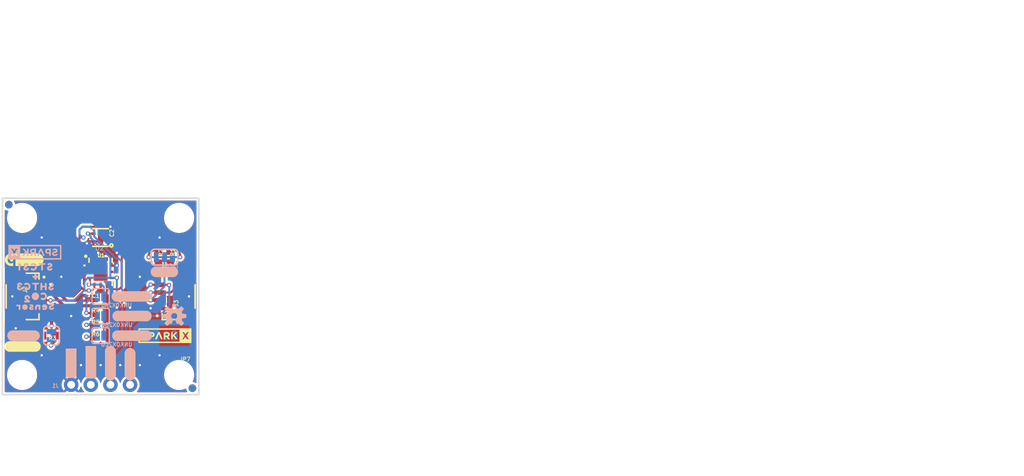
<source format=kicad_pcb>
(kicad_pcb (version 20211014) (generator pcbnew)
  (layers (0 "F.Cu" signal) (1 "In1.Cu" signal) (2 "In2.Cu" signal) (31 "B.Cu" signal) (34 "B.Paste" user) (35 "F.Paste" user) (36 "B.SilkS" user "B.Silkscreen") (37 "F.SilkS" user "F.Silkscreen") (38 "B.Mask" user) (39 "F.Mask" user) (44 "Edge.Cuts" user))
  (net 0 "")
  (net 1 "3.3V")
  (net 2 "GND")
  (net 3 "SCL")
  (net 4 "SDA")
  (net 5 "N$3")
  (net 6 "N$1")
  (net 7 "N$2")
  (net 8 "N$4")
  (net 9 "ADDR")
  (net 10 "N$5")
  (net 11 "N$6")
  (net 12 "N$7")
  (footprint "eagleBoard:0603" (layer "F.Cu") (at 150.7236 97.3836 90)
    (fp_text reference "C2" (at 0 -0.762 90) (layer "F.SilkS") (effects (font (size 0.512064 0.512064) (thickness 0.097536)) (justify left)))
    (fp_text value "0.1uF" hide)
    (pad "1" smd roundrect (at -0.85 0 90) (size 1.1 1) (layers "F.Cu" "F.Paste" "F.Mask") (roundrect_rratio 0.0508) (net 1 "3.3V"))
    (pad "2" smd roundrect (at 0.85 0 90) (size 1.1 1) (layers "F.Cu" "F.Paste" "F.Mask") (roundrect_rratio 0.0508) (net 2 "GND"))
  )
  (footprint "eagleBoard:0603" (layer "F.Cu") (at 148.5011 105.2576 180)
    (fp_text reference "C1" (at 0.0635 0.3175) (layer "F.SilkS") (effects (font (size 0.512064 0.512064) (thickness 0.097536)) (justify right)))
    (fp_text value "0.1uF" hide)
    (pad "1" smd roundrect (at -0.85 0 180) (size 1.1 1) (layers "F.Cu" "F.Paste" "F.Mask") (roundrect_rratio 0.0508) (net 1 "3.3V"))
    (pad "2" smd roundrect (at 0.85 0 180) (size 1.1 1) (layers "F.Cu" "F.Paste" "F.Mask") (roundrect_rratio 0.0508) (net 2 "GND"))
  )
  (footprint "eagleBoard:JST04_1MM_RA" (layer "F.Cu") (at 156.1211 105.0036 90)
    (fp_text reference "J3" (at -1.397 2.159 90) (layer "F.SilkS") (effects (font (size 0.512064 0.512064) (thickness 0.097536)) (justify left)))
    (fp_text value "QWIIC_RIGHT_ANGLE" hide)
    (pad "1" smd roundrect (at -1.5 0 90) (size 0.6 1.35) (layers "F.Cu" "F.Paste" "F.Mask") (roundrect_rratio 0.08466666667) (net 2 "GND"))
    (pad "2" smd roundrect (at -0.5 0 90) (size 0.6 1.35) (layers "F.Cu" "F.Paste" "F.Mask") (roundrect_rratio 0.08466666667) (net 1 "3.3V"))
    (pad "3" smd roundrect (at 0.5 0 90) (size 0.6 1.35) (layers "F.Cu" "F.Paste" "F.Mask") (roundrect_rratio 0.08466666667) (net 4 "SDA"))
    (pad "4" smd roundrect (at 1.5 0 90) (size 0.6 1.35) (layers "F.Cu" "F.Paste" "F.Mask") (roundrect_rratio 0.08466666667) (net 3 "SCL"))
    (pad "NC1" smd roundrect (at 2.8 3.675 90) (size 1.2 2) (layers "F.Cu" "F.Paste" "F.Mask") (roundrect_rratio 0.04233333333))
    (pad "NC2" smd roundrect (at -2.8 3.675 90) (size 1.2 2) (layers "F.Cu" "F.Paste" "F.Mask") (roundrect_rratio 0.04233333333))
  )
  (footprint "eagleBoard:QWIIC_5MM" (layer "F.Cu") (at 138.5951 100.2411)
    (fp_text reference "LOGO2" hide)
    (fp_text value "QWIIC_LOGO_5MM" hide)
  )
  (footprint "eagleBoard:STAND-OFF" (layer "F.Cu") (at 158.6611 94.8436)
    (fp_text reference "JP4" hide)
    (fp_text value "STAND-OFF" hide)
    (pad "" np_thru_hole circle (at 0 0) (size 3.302 3.302) (drill 3.302) (layers *.Cu *.Mask))
  )
  (footprint "eagleBoard:CREATIVE_COMMONS" (layer "F.Cu") (at 181.5211 127.8636)
    (fp_text reference "FRAME1" hide)
    (fp_text value "FRAME-LETTER" hide)
  )
  (footprint "eagleBoard:#SDA#0" (layer "F.Cu") (at 149.7711 113.6396 90)
    (fp_text reference "U$35" hide)
    (fp_text value "" hide)
  )
  (footprint "eagleBoard:0603" (layer "F.Cu") (at 157.5181 99.9236 90)
    (fp_text reference "R1" (at 0.0635 0.3175 90) (layer "F.SilkS") (effects (font (size 0.512064 0.512064) (thickness 0.097536)) (justify left)))
    (fp_text value "4.7k" hide)
    (pad "1" smd roundrect (at -0.85 0 90) (size 1.1 1) (layers "F.Cu" "F.Paste" "F.Mask") (roundrect_rratio 0.0508) (net 4 "SDA"))
    (pad "2" smd roundrect (at 0.85 0 90) (size 1.1 1) (layers "F.Cu" "F.Paste" "F.Mask") (roundrect_rratio 0.0508) (net 7 "N$2"))
  )
  (footprint "eagleBoard:STAND-OFF" (layer "F.Cu") (at 158.6611 115.1636)
    (fp_text reference "JP7" (at 0 -2.032) (layer "F.SilkS") (effects (font (size 0.512064 0.512064) (thickness 0.097536)) (justify left)))
    (fp_text value "STAND-OFF")
    (pad "" np_thru_hole circle (at 0 0) (size 3.302 3.302) (drill 3.302) (layers *.Cu *.Mask))
  )
  (footprint "eagleBoard:STAND-OFF" (layer "F.Cu") (at 138.3411 94.8436)
    (fp_text reference "JP3" hide)
    (fp_text value "STAND-OFF" hide)
    (pad "" np_thru_hole circle (at 0 0) (size 3.302 3.302) (drill 3.302) (layers *.Cu *.Mask))
  )
  (footprint "eagleBoard:LED-0603" (layer "F.Cu") (at 138.3411 110.0836 180)
    (fp_text reference "D1" (at -0.0635 0.254) (layer "F.SilkS") (effects (font (size 0.512064 0.512064) (thickness 0.097536)) (justify right)))
    (fp_text value "RED" hide)
    (pad "A" smd roundrect (at -0.877 0 90) (size 1 1) (layers "F.Cu" "F.Paste" "F.Mask") (roundrect_rratio 0.15) (net 5 "N$3"))
    (pad "C" smd roundrect (at 0.877 0 90) (size 1 1) (layers "F.Cu" "F.Paste" "F.Mask") (roundrect_rratio 0.15) (net 2 "GND"))
  )
  (footprint "eagleBoard:STAND-OFF" (layer "F.Cu") (at 138.3411 115.1636)
    (fp_text reference "JP8" hide)
    (fp_text value "STAND-OFF")
    (pad "" np_thru_hole circle (at 0 0) (size 3.302 3.302) (drill 3.302) (layers *.Cu *.Mask))
  )
  (footprint "eagleBoard:ORDERING_INSTRUCTIONS" (layer "F.Cu") (at 166.2811 66.9036)
    (fp_text reference "LOGO1" hide)
    (fp_text value "SPECIAL_INSTRUCTIONS-ORDERING" hide)
  )
  (footprint "eagleBoard:#SCL#0" (layer "F.Cu") (at 152.3111 113.7666 90)
    (fp_text reference "U$36" hide)
    (fp_text value "" hide)
  )
  (footprint "eagleBoard:SPARKX-SMALL" (layer "F.Cu") (at 156.8196 110.0836)
    (fp_text reference "U$10" hide)
    (fp_text value "SPARKX-LOGO3" hide)
  )
  (footprint "eagleBoard:JST04_1MM_RA" (layer "F.Cu") (at 140.8811 105.0036 -90)
    (fp_text reference "J2" (at -1.397 2.159 90) (layer "F.SilkS") (effects (font (size 0.512064 0.512064) (thickness 0.097536)) (justify right)))
    (fp_text value "QWIIC_RIGHT_ANGLE" hide)
    (pad "1" smd roundrect (at -1.5 0 270) (size 0.6 1.35) (layers "F.Cu" "F.Paste" "F.Mask") (roundrect_rratio 0.08466666667) (net 2 "GND"))
    (pad "2" smd roundrect (at -0.5 0 270) (size 0.6 1.35) (layers "F.Cu" "F.Paste" "F.Mask") (roundrect_rratio 0.08466666667) (net 1 "3.3V"))
    (pad "3" smd roundrect (at 0.5 0 270) (size 0.6 1.35) (layers "F.Cu" "F.Paste" "F.Mask") (roundrect_rratio 0.08466666667) (net 4 "SDA"))
    (pad "4" smd roundrect (at 1.5 0 270) (size 0.6 1.35) (layers "F.Cu" "F.Paste" "F.Mask") (roundrect_rratio 0.08466666667) (net 3 "SCL"))
    (pad "NC1" smd roundrect (at 2.8 3.675 270) (size 1.2 2) (layers "F.Cu" "F.Paste" "F.Mask") (roundrect_rratio 0.04233333333))
    (pad "NC2" smd roundrect (at -2.8 3.675 270) (size 1.2 2) (layers "F.Cu" "F.Paste" "F.Mask") (roundrect_rratio 0.04233333333))
  )
  (footprint "eagleBoard:SHTC3" (layer "F.Cu") (at 148.5011 97.3836 180)
    (fp_text reference "U2" (at -0.446 -1.3825) (layer "F.SilkS") (effects (font (size 0.557784 0.557784) (thickness 0.051816)) (justify right)))
    (fp_text value "SHTC3" hide)
    (pad "1" smd roundrect (at -0.925 -0.5 270) (size 0.35 0.55) (layers "F.Cu" "F.Paste" "F.Mask") (roundrect_rratio 0.1451428571) (net 1 "3.3V"))
    (pad "2" smd roundrect (at -0.925 0.5 270) (size 0.35 0.55) (layers "F.Cu" "F.Paste" "F.Mask") (roundrect_rratio 0.1451428571) (net 3 "SCL"))
    (pad "3" smd roundrect (at 0.925 0.5 270) (size 0.35 0.55) (layers "F.Cu" "F.Paste" "F.Mask") (roundrect_rratio 0.1451428571) (net 4 "SDA"))
    (pad "4" smd roundrect (at 0.925 -0.5 270) (size 0.35 0.55) (layers "F.Cu" "F.Paste" "F.Mask") (roundrect_rratio 0.1451428571) (net 2 "GND"))
    (pad "5" smd roundrect (at 0 0 90) (size 1.6 0.7) (layers "F.Cu" "F.Mask") (roundrect_rratio 0.07257142857) (net 2 "GND"))
  )
  (footprint "eagleBoard:0603" (layer "F.Cu") (at 148.5011 108.6866 180)
    (fp_text reference "R5" (at 0.0635 0.327) (layer "F.SilkS") (effects (font (size 0.512064 0.512064) (thickness 0.097536)) (justify right)))
    (fp_text value "3.3k" hide)
    (pad "1" smd roundrect (at -0.85 0 180) (size 1.1 1) (layers "F.Cu" "F.Paste" "F.Mask") (roundrect_rratio 0.0508) (net 1 "3.3V"))
    (pad "2" smd roundrect (at 0.85 0 180) (size 1.1 1) (layers "F.Cu" "F.Paste" "F.Mask") (roundrect_rratio 0.0508) (net 11 "N$6"))
  )
  (footprint "eagleBoard:0603" (layer "F.Cu") (at 148.5011 107.1626 180)
    (fp_text reference "R4" (at 0.0635 0.327) (layer "F.SilkS") (effects (font (size 0.512064 0.512064) (thickness 0.097536)) (justify right)))
    (fp_text value "10k" hide)
    (pad "1" smd roundrect (at -0.85 0 180) (size 1.1 1) (layers "F.Cu" "F.Paste" "F.Mask") (roundrect_rratio 0.0508) (net 1 "3.3V"))
    (pad "2" smd roundrect (at 0.85 0 180) (size 1.1 1) (layers "F.Cu" "F.Paste" "F.Mask") (roundrect_rratio 0.0508) (net 10 "N$5"))
  )
  (footprint "eagleBoard:0603" (layer "F.Cu") (at 141.7701 110.0836)
    (fp_text reference "R3" (at -0.0635 0.3175) (layer "F.SilkS") (effects (font (size 0.512064 0.512064) (thickness 0.097536)) (justify left)))
    (fp_text value "1k" hide)
    (pad "1" smd roundrect (at -0.85 0) (size 1.1 1) (layers "F.Cu" "F.Paste" "F.Mask") (roundrect_rratio 0.0508) (net 5 "N$3"))
    (pad "2" smd roundrect (at 0.85 0) (size 1.1 1) (layers "F.Cu" "F.Paste" "F.Mask") (roundrect_rratio 0.0508) (net 6 "N$1"))
  )
  (footprint "eagleBoard:FIDUCIAL-1X2" (layer "F.Cu") (at 160.3756 116.8781)
    (fp_text reference "JP2" hide)
    (fp_text value "FIDUCIAL1X2" hide)
    (pad "1" smd roundrect (at 0 0) (size 1 1) (layers "F.Cu" "F.Mask") (roundrect_rratio 0.5))
  )
  (footprint "eagleBoard:#GND#0" (layer "F.Cu") (at 144.6911 113.6396 90)
    (fp_text reference "U$33" hide)
    (fp_text value "" hide)
  )
  (footprint "eagleBoard:#PWR#0" (layer "F.Cu") (at 138.4046 111.4806)
    (fp_text reference "U$32" hide)
    (fp_text value "" hide)
  )
  (footprint "eagleBoard:#3#3V#0" (layer "F.Cu") (at 147.2311 113.5126 90)
    (fp_text reference "U$34" hide)
    (fp_text value "" hide)
  )
  (footprint "eagleBoard:STC31" (layer "F.Cu") (at 148.5011 101.8286)
    (fp_text reference "U1" (at -0.484 -2.123) (layer "F.SilkS") (effects (font (size 0.460045 0.460045) (thickness 0.149555)) (justify left)))
    (fp_text value "STC31" hide)
    (fp_poly (pts (xy 0.90005 1.15005) (xy -0.90005 1.15005) (xy -0.90005 -0.850021) (xy -0.600021 -1.15005) (xy 0.90005 -1.15005)) (layer "F.Cu") (width 0) (fill solid))
    (pad "1" smd roundrect (at -1.4 -0.8) (size 0.5 0.3) (layers "F.Cu" "F.Mask") (roundrect_rratio 0.1693333333) (net 2 "GND"))
    (pad "2" smd roundrect (at -1.4 0) (size 0.5 0.3) (layers "F.Cu" "F.Mask") (roundrect_rratio 0.1693333333))
    (pad "3" smd roundrect (at -1.4 0.8) (size 0.5 0.3) (layers "F.Cu" "F.Mask") (roundrect_rratio 0.1693333333) (net 9 "ADDR"))
    (pad "4" smd roundrect (at -0.8 1.65 90) (size 0.5 0.3) (layers "F.Cu" "F.Mask") (roundrect_rratio 0.1693333333) (net 3 "SCL"))
    (pad "5" smd roundrect (at 0 1.65 90) (size 0.5 0.3) (layers "F.Cu" "F.Mask") (roundrect_rratio 0.1693333333) (net 2 "GND"))
    (pad "6" smd roundrect (at 0.8 1.65 90) (size 0.5 0.3) (layers "F.Cu" "F.Mask") (roundrect_rratio 0.1693333333) (net 1 "3.3V"))
    (pad "7" smd roundrect (at 1.4 0.8) (size 0.5 0.3) (layers "F.Cu" "F.Mask") (roundrect_rratio 0.1693333333) (net 4 "SDA"))
    (pad "8" smd roundrect (at 1.4 0) (size 0.5 0.3) (layers "F.Cu" "F.Mask") (roundrect_rratio 0.1693333333))
    (pad "9" smd roundrect (at 1.4 -0.8) (size 0.5 0.3) (layers "F.Cu" "F.Mask") (roundrect_rratio 0.1693333333) (net 2 "GND"))
    (pad "10" smd roundrect (at 0.8 -1.65 270) (size 0.5 0.3) (layers "F.Cu" "F.Mask") (roundrect_rratio 0.1693333333))
    (pad "11" smd roundrect (at 0 -1.65 270) (size 0.5 0.3) (layers "F.Cu" "F.Mask") (roundrect_rratio 0.1693333333) (net 2 "GND"))
    (pad "12" smd roundrect (at -0.8 -1.65 270) (size 0.5 0.3) (layers "F.Cu" "F.Mask") (roundrect_rratio 0.1693333333))
    (pad "DIEPAD" smd roundrect (at 0 0 90) (size 0.6096 0.3048) (layers "F.Cu") (roundrect_rratio 0.1666666667) (net 2 "GND"))
  )
  (footprint "eagleBoard:0603" (layer "F.Cu") (at 148.5011 110.2106 180)
    (fp_text reference "R6" (at 0.0635 0.327) (layer "F.SilkS") (effects (font (size 0.512064 0.512064) (thickness 0.097536)) (justify right)))
    (fp_text value "1k" hide)
    (pad "1" smd roundrect (at -0.85 0 180) (size 1.1 1) (layers "F.Cu" "F.Paste" "F.Mask") (roundrect_rratio 0.0508) (net 1 "3.3V"))
    (pad "2" smd roundrect (at 0.85 0 180) (size 1.1 1) (layers "F.Cu" "F.Paste" "F.Mask") (roundrect_rratio 0.0508) (net 12 "N$7"))
  )
  (footprint "eagleBoard:FIDUCIAL-1X2" (layer "F.Cu") (at 136.6266 93.1291)
    (fp_text reference "JP6" hide)
    (fp_text value "FIDUCIAL1X2" hide)
    (pad "1" smd roundrect (at 0 0) (size 1 1) (layers "F.Cu" "F.Mask") (roundrect_rratio 0.5))
  )
  (footprint "eagleBoard:0603" (layer "F.Cu") (at 155.9941 99.9236 90)
    (fp_text reference "R2" (at 0 0.3175 90) (layer "F.SilkS") (effects (font (size 0.512064 0.512064) (thickness 0.097536)) (justify left)))
    (fp_text value "4.7k" hide)
    (pad "1" smd roundrect (at -0.85 0 90) (size 1.1 1) (layers "F.Cu" "F.Paste" "F.Mask") (roundrect_rratio 0.0508) (net 3 "SCL"))
    (pad "2" smd roundrect (at 0.85 0 90) (size 1.1 1) (layers "F.Cu" "F.Paste" "F.Mask") (roundrect_rratio 0.0508) (net 8 "N$4"))
  )
  (footprint "eagleBoard:FIDUCIAL-1X2" (layer "B.Cu") (at 136.6266 93.1291 180)
    (fp_text reference "JP1" hide)
    (fp_text value "FIDUCIAL1X2" hide)
    (pad "1" smd roundrect (at 0 0 180) (size 1 1) (layers "B.Cu" "B.Mask") (roundrect_rratio 0.5))
  )
  (footprint "eagleBoard:SMT-JUMPER_2_NO_SILK" (layer "B.Cu") (at 148.5011 107.5436)
    (fp_text reference "UNK0X2B0" (at 0 1.143) (layer "B.SilkS") (effects (font (size 0.512064 0.512064) (thickness 0.097536)) (justify right mirror)))
    (fp_text value "JUMPER-SMT_2_NO_SILK" hide)
    (pad "1" smd roundrect (at -0.4064 0) (size 0.635 1.27) (layers "B.Cu" "B.Mask") (roundrect_rratio 0.08) (net 11 "N$6"))
    (pad "2" smd roundrect (at 0.4064 0) (size 0.635 1.27) (layers "B.Cu" "B.Mask") (roundrect_rratio 0.08) (net 9 "ADDR"))
  )
  (footprint "eagleBoard:#0X2B#0" (layer "B.Cu") (at 152.5651 107.5436 180)
    (fp_text reference "U$7" hide)
    (fp_text value "" hide)
  )
  (footprint "eagleBoard:STC310" (layer "B.Cu") (at 139.9921 101.1936 180)
    (fp_text reference "U$11" hide)
    (fp_text value "" hide)
  )
  (footprint "eagleBoard:SHTC30" (layer "B.Cu") (at 139.9921 103.7336 180)
    (fp_text reference "U$13" hide)
    (fp_text value "" hide)
  )
  (footprint "eagleBoard:#I�C#0" (layer "B.Cu") (at 156.7561 101.8286 180)
    (fp_text reference "U$9" hide)
    (fp_text value "" hide)
  )
  (footprint "eagleBoard:#0X2A#0" (layer "B.Cu") (at 152.5651 105.0036 180)
    (fp_text reference "U$6" hide)
    (fp_text value "" hide)
  )
  (footprint "eagleBoard:#LED#0" (layer "B.Cu") (at 138.5316 110.0836 180)
    (fp_text reference "U$5" hide)
    (fp_text value "" hide)
  )
  (footprint "eagleBoard:OSHW-LOGO-S" (layer "B.Cu") (at 158.0261 107.5436 180)
    (fp_text reference "LOGO5" hide)
    (fp_text value "OSHW-LOGOS" hide)
  )
  (footprint "eagleBoard:SMT-JUMPER_2_NO_SILK" (layer "B.Cu") (at 148.5011 110.0836)
    (fp_text reference "UNK0X2C0" (at 0 1.143) (layer "B.SilkS") (effects (font (size 0.512064 0.512064) (thickness 0.097536)) (justify right mirror)))
    (fp_text value "JUMPER-SMT_2_NO_SILK" hide)
    (pad "1" smd roundrect (at -0.4064 0) (size 0.635 1.27) (layers "B.Cu" "B.Mask") (roundrect_rratio 0.08) (net 12 "N$7"))
    (pad "2" smd roundrect (at 0.4064 0) (size 0.635 1.27) (layers "B.Cu" "B.Mask") (roundrect_rratio 0.08) (net 9 "ADDR"))
  )
  (footprint "eagleBoard:#3#3V#0" (layer "B.Cu") (at 147.2311 113.5126 90)
    (fp_text reference "U$2" hide)
    (fp_text value "" hide)
  )
  (footprint "eagleBoard:#0" (layer "B.Cu") (at 139.9921 102.4636 180)
    (fp_text reference "U$12" hide)
    (fp_text value "" hide)
  )
  (footprint "eagleBoard:SMT-JUMPER_2_NO_SILK" (layer "B.Cu") (at 148.5011 105.0036)
    (fp_text reference "UNK0X2A0" (at 0 1.143) (layer "B.SilkS") (effects (font (size 0.512064 0.512064) (thickness 0.097536)) (justify right mirror)))
    (fp_text value "JUMPER-SMT_2_NO_SILK" hide)
    (pad "1" smd roundrect (at -0.4064 0) (size 0.635 1.27) (layers "B.Cu" "B.Mask") (roundrect_rratio 0.08) (net 10 "N$5"))
    (pad "2" smd roundrect (at 0.4064 0) (size 0.635 1.27) (layers "B.Cu" "B.Mask") (roundrect_rratio 0.08) (net 9 "ADDR"))
  )
  (footprint "eagleBoard:1X04_NO_SILK" (layer "B.Cu") (at 144.6911 116.4336)
    (fp_text reference "J1" (at -2.54 0.127) (layer "B.SilkS") (effects (font (size 0.512064 0.512064) (thickness 0.097536)) (justify right mirror)))
    (fp_text value "")
    (pad "1" thru_hole circle (at 0 0 270) (size 1.8796 1.8796) (drill 1.016) (layers *.Cu *.Mask) (net 2 "GND"))
    (pad "2" thru_hole circle (at 2.54 0 270) (size 1.8796 1.8796) (drill 1.016) (layers *.Cu *.Mask) (net 1 "3.3V"))
    (pad "3" thru_hole circle (at 5.08 0 270) (size 1.8796 1.8796) (drill 1.016) (layers *.Cu *.Mask) (net 4 "SDA"))
    (pad "4" thru_hole circle (at 7.62 0 270) (size 1.8796 1.8796) (drill 1.016) (layers *.Cu *.Mask) (net 3 "SCL"))
  )
  (footprint "eagleBoard:#0X2C#0" (layer "B.Cu") (at 152.5651 110.0836 180)
    (fp_text reference "U$8" hide)
    (fp_text value "" hide)
  )
  (footprint "eagleBoard:CO0" (layer "B.Cu") (at 140.5001 105.0036 180)
    (fp_text reference "U$14" hide)
    (fp_text value "" hide)
  )
  (footprint "eagleBoard:#GND#0" (layer "B.Cu") (at 144.6911 113.6396 90)
    (fp_text reference "U$1" hide)
    (fp_text value "" hide)
  )
  (footprint "eagleBoard:#SCL#0" (layer "B.Cu") (at 152.3111 113.7666 90)
    (fp_text reference "U$4" hide)
    (fp_text value "" hide)
  )
  (footprint "eagleBoard:FIDUCIAL-1X2" (layer "B.Cu") (at 160.3756 116.8781 180)
    (fp_text reference "JP5" hide)
    (fp_text value "FIDUCIAL1X2" hide)
    (pad "1" smd roundrect (at 0 0 180) (size 1 1) (layers "B.Cu" "B.Mask") (roundrect_rratio 0.5))
  )
  (footprint "eagleBoard:SMT-JUMPER_3_2-NC_TRACE_SILK" (layer "B.Cu") (at 156.7561 99.9236)
    (fp_text reference "I2C0" (at 0 1.143) (layer "B.SilkS") (effects (font (size 0.512064 0.512064) (thickness 0.097536)) (justify right mirror)))
    (fp_text value "JUMPER-SMT_3_2-NC_TRACE_SILK" hide)
    (fp_poly (pts (xy 0.7112 -0.13335) (xy -0.7112 -0.13335) (xy -0.7112 0.13335) (xy 0.7112 0.13335)) (layer "B.Cu") (width 0) (fill solid))
    (pad "1" smd roundrect (at -1.0414 0) (size 0.6604 1.27) (layers "B.Cu" "B.Mask") (roundrect_rratio 0.07692307692) (net 8 "N$4"))
    (pad "2" smd roundrect (at 0 0) (size 0.6604 1.27) (layers "B.Cu" "B.Mask") (roundrect_rratio 0.07692307692) (net 1 "3.3V"))
    (pad "3" smd roundrect (at 1.0414 0) (size 0.6604 1.27) (layers "B.Cu" "B.Mask") (roundrect_rratio 0.07692307692) (net 7 "N$2"))
  )
  (footprint "eagleBoard:#SDA#0" (layer "B.Cu") (at 149.7711 113.6396 90)
    (fp_text reference "U$3" hide)
    (fp_text value "" hide)
  )
  (footprint "eagleBoard:20" (layer "B.Cu") (at 138.9126 105.3211 180)
    (fp_text reference "U$15" hide)
    (fp_text value "" hide)
  )
  (footprint "eagleBoard:SENSOR0" (layer "B.Cu") (at 139.9921 106.2736 180)
    (fp_text reference "U$16" hide)
    (fp_text value "" hide)
  )
  (footprint "eagleBoard:SMT-JUMPER_2_NC_TRACE_SILK" (layer "B.Cu") (at 142.1511 110.0836 90)
    (fp_text reference "LED0" hide)
    (fp_text value "JUMPER-SMT_2_NC_TRACE_SILK" hide)
    (fp_poly (pts (xy 0.1905 -0.13335) (xy -0.70485 -0.13335) (xy -0.70485 0.13335) (xy 0.1905 0.13335)) (layer "B.Cu") (width 0) (fill solid))
    (pad "1" smd roundrect (at -0.5207 0 90) (size 0.6604 1.27) (layers "B.Cu" "B.Mask") (roundrect_rratio 0.07692307692) (net 6 "N$1"))
    (pad "2" smd roundrect (at 0.5207 0 90) (size 0.6604 1.27) (layers "B.Cu" "B.Mask") (roundrect_rratio 0.07692307692) (net 1 "3.3V"))
  )
  (footprint "eagleBoard:SPARKX-SMALL" (layer "B.Cu") (at 139.9921 99.2886 180)
    (fp_text reference "U$18" hide)
    (fp_text value "SPARKX-LOGO3" hide)
  )
  (gr_line (start 135.8011 117.7036) (end 135.8011 92.3036) (layer "Edge.Cuts") (width 0.2032))
  (gr_line (start 135.8011 92.3036) (end 161.2011 92.3036) (layer "Edge.Cuts") (width 0.2032))
  (gr_line (start 161.2011 117.7036) (end 135.8011 117.7036) (layer "Edge.Cuts") (width 0.2032))
  (gr_line (start 161.2011 92.3036) (end 161.2011 117.7036) (layer "Edge.Cuts") (width 0.2032))
  (gr_text "X01" (at 158.0261 110.0836) (layer "B.Cu") (effects (font (size 1.0795 1.0795) (thickness 0.1905)) (justify mirror)))
  (segment (start 149.3511 107.1626) (end 149.3511 106.2101) (width 0.4064) (layer "F.Cu") (net 1))
  (segment (start 150.8886 104.0766) (end 149.3011 104.0766) (width 0.254) (layer "F.Cu") (net 1))
  (segment (start 142.0321 104.5036) (end 143.7386 106.2101) (width 0.4064) (layer "F.Cu") (net 1))
  (segment (start 149.3511 106.2101) (end 149.3511 105.2576) (width 0.4064) (layer "F.Cu") (net 1))
  (segment (start 156.1211 105.5036) (end 154.9781 105.5036) (width 0.4064) (layer "F.Cu") (net 1))
  (segment (start 151.2316 103.7336) (end 151.2316 98.7416) (width 0.254) (layer "F.Cu") (net 1))
  (segment (start 149.3511 111.2021) (end 149.3511 110.2106) (width 0.4064) (layer "F.Cu") (net 1))
  (segment (start 150.3736 97.8836) (end 150.7236 98.2336) (width 0.254) (layer "F.Cu") (net 1))
  (segment (start 142.1511 108.8136) (end 142.1511 107.7976) (width 0.4064) (layer "F.Cu") (net 1))
  (segment (start 149.3511 105.2576) (end 149.3011 105.2076) (width 0.254) (layer "F.Cu") (net 1))
  (segment (start 151.5411 105.5036) (end 151.2951 105.2576) (width 0.4064) (layer "F.Cu") (net 1))
  (segment (start 151.2316 98.7416) (end 150.7236 98.2336) (width 0.254) (layer "F.Cu") (net 1))
  (segment (start 147.2311 116.4336) (end 147.2311 113.3221) (width 0.4064) (layer "F.Cu") (net 1))
  (segment (start 149.3511 108.6866) (end 149.3511 107.1626) (width 0.4064) (layer "F.Cu") (net 1))
  (segment (start 143.7386 106.2101) (end 149.3511 106.2101) (width 0.4064) (layer "F.Cu") (net 1))
  (segment (start 147.2311 113.3221) (end 149.3511 111.2021) (width 0.4064) (layer "F.Cu") (net 1))
  (segment (start 140.8811 104.5036) (end 142.0321 104.5036) (width 0.4064) (layer "F.Cu") (net 1))
  (segment (start 151.2951 105.2576) (end 149.3511 105.2576) (width 0.4064) (layer "F.Cu") (net 1))
  (segment (start 154.9781 105.5036) (end 151.5411 105.5036) (width 0.4064) (layer "F.Cu") (net 1))
  (segment (start 149.3011 103.4786) (end 149.3011 104.0766) (width 0.254) (layer "F.Cu") (net 1))
  (segment (start 150.8886 104.0766) (end 151.2316 103.7336) (width 0.254) (layer "F.Cu") (net 1))
  (segment (start 149.3511 110.2106) (end 149.3511 108.6866) (width 0.4064) (layer "F.Cu") (net 1))
  (segment (start 149.4261 97.8836) (end 150.3736 97.8836) (width 0.254) (layer "F.Cu") (net 1))
  (segment (start 142.1511 107.7976) (end 143.7386 106.2101) (width 0.4064) (layer "F.Cu") (net 1))
  (segment (start 149.3011 105.2076) (end 149.3011 104.0766) (width 0.254) (layer "F.Cu") (net 1))
  (via (at 154.9781 105.5036) (size 0.554) (drill 0.3) (layers "F.Cu" "B.Cu") (net 1))
  (via (at 142.1511 108.8136) (size 0.554) (drill 0.3) (layers "F.Cu" "B.Cu") (net 1))
  (segment (start 156.7561 99.9236) (end 156.7561 103.7256) (width 0.254) (layer "B.Cu") (net 1))
  (segment (start 156.7561 103.7256) (end 154.9781 105.5036) (width 0.254) (layer "B.Cu") (net 1))
  (segment (start 142.1511 109.5629) (end 142.1511 108.8136) (width 0.254) (layer "B.Cu") (net 1))
  (segment (start 148.5011 103.4786) (end 148.5011 103.9241) (width 0.254) (layer "F.Cu") (net 2))
  (segment (start 147.5761 97.8836) (end 147.0681 97.8836) (width 0.254) (layer "F.Cu") (net 2))
  (segment (start 148.5011 103.9241) (end 147.9931 104.4321) (width 0.254) (layer "F.Cu") (net 2))
  (segment (start 150.5711 101.0286) (end 150.5966 101.0031) (width 0.254) (layer "F.Cu") (net 2))
  (segment (start 148.4296 97.8836) (end 148.5011 97.9551) (width 0.254) (layer "F.Cu") (net 2))
  (segment (start 147.5761 97.8836) (end 148.4296 97.8836) (width 0.254) (layer "F.Cu") (net 2))
  (segment (start 146.4311 101.0286) (end 146.4056 101.0031) (width 0.254) (layer "F.Cu") (net 2))
  (segment (start 148.1836 99.3521) (end 148.1836 99.4166) (width 0.254) (layer "F.Cu") (net 2))
  (segment (start 148.5011 98.3996) (end 148.1836 98.7171) (width 0.254) (layer "F.Cu") (net 2))
  (segment (start 137.4641 109.1826) (end 137.5156 109.1311) (width 0.254) (layer "F.Cu") (net 2))
  (segment (start 158.0021 106.5036) (end 158.0261 106.5276) (width 0.254) (layer "F.Cu") (net 2))
  (segment (start 148.5011 98.3996) (end 148.5011 97.3836) (width 0.254) (layer "F.Cu") (net 2))
  (segment (start 156.1211 106.5036) (end 156.0971 106.5276) (width 0.254) (layer "F.Cu") (net 2))
  (segment (start 147.9931 104.4321) (end 147.9931 104.9156) (width 0.254) (layer "F.Cu") (net 2))
  (segment (start 156.1211 106.5036) (end 158.0021 106.5036) (width 0.254) (layer "F.Cu") (net 2))
  (segment (start 137.4641 110.0836) (end 137.4641 109.1826) (width 0.254) (layer "F.Cu") (net 2))
  (segment (start 148.5011 97.9551) (end 148.5011 97.3836) (width 0.254) (layer "F.Cu") (net 2))
  (segment (start 142.000103 103.5036) (end 142.0241 103.4796) (width 0.254) (layer "F.Cu") (net 2))
  (segment (start 147.9931 104.9156) (end 147.6511 105.2576) (width 0.254) (layer "F.Cu") (net 2))
  (segment (start 147.1011 101.0286) (end 146.4311 101.0286) (width 0.254) (layer "F.Cu") (net 2))
  (segment (start 148.1836 98.7171) (end 148.1836 99.3521) (width 0.254) (layer "F.Cu") (net 2))
  (segment (start 148.5011 100.1786) (end 148.5011 99.7341) (width 0.254) (layer "F.Cu") (net 2))
  (segment (start 150.1766 95.9866) (end 149.7711 95.9866) (width 0.254) (layer "F.Cu") (net 2))
  (segment (start 156.0971 106.5276) (end 154.9781 106.5276) (width 0.254) (layer "F.Cu") (net 2))
  (segment (start 147.0681 97.8836) (end 146.8061 98.1456) (width 0.254) (layer "F.Cu") (net 2))
  (segment (start 149.9011 101.0286) (end 150.5711 101.0286) (width 0.254) (layer "F.Cu") (net 2))
  (segment (start 150.7236 96.5336) (end 150.1766 95.9866) (width 0.254) (layer "F.Cu") (net 2))
  (segment (start 146.8061 98.1456) (end 146.7231 98.1456) (width 0.254) (layer "F.Cu") (net 2))
  (segment (start 148.5011 99.7341) (end 148.1836 99.4166) (width 0.254) (layer "F.Cu") (net 2))
  (segment (start 140.8811 103.5036) (end 142.000103 103.5036) (width 0.254) (layer "F.Cu") (net 2))
  (via (at 154.9781 106.5276) (size 0.554) (drill 0.3) (layers "F.Cu" "B.Cu") (net 2))
  (via (at 150.5966 101.0031) (size 0.554) (drill 0.3) (layers "F.Cu" "B.Cu") (net 2))
  (via (at 151.0411 113.8936) (size 0.554) (drill 0.3) (layers "F.Cu" "B.Cu") (net 2))
  (via (at 153.5811 113.8936) (size 0.554) (drill 0.3) (layers "F.Cu" "B.Cu") (net 2))
  (via (at 159.9311 105.0036) (size 0.554) (drill 0.3) (layers "F.Cu" "B.Cu") (net 2))
  (via (at 140.8811 97.3836) (size 0.554) (drill 0.3) (layers "F.Cu" "B.Cu") (net 2))
  (via (at 143.4211 102.4636) (size 0.554) (drill 0.3) (layers "F.Cu" "B.Cu") (net 2))
  (via (at 152.3111 106.4641) (size 0.554) (drill 0.3) (layers "F.Cu" "B.Cu") (net 2))
  (via (at 153.5811 102.4636) (size 0.554) (drill 0.3) (layers "F.Cu" "B.Cu") (net 2))
  (via (at 148.1836 99.3521) (size 0.554) (drill 0.3) (layers "F.Cu" "B.Cu") (net 2))
  (via (at 140.8811 112.6236) (size 0.554) (drill 0.3) (layers "F.Cu" "B.Cu") (net 2))
  (via (at 146.3421 105.2576) (size 0.554) (drill 0.3) (layers "F.Cu" "B.Cu") (net 2))
  (via (at 150.5966 106.4641) (size 0.554) (drill 0.3) (layers "F.Cu" "B.Cu") (net 2))
  (via (at 137.5156 109.1311) (size 0.554) (drill 0.3) (layers "F.Cu" "B.Cu") (net 2))
  (via (at 142.0241 103.4796) (size 0.554) (drill 0.3) (layers "F.Cu" "B.Cu") (net 2))
  (via (at 146.7231 98.1456) (size 0.554) (drill 0.3) (layers "F.Cu" "B.Cu") (net 2))
  (via (at 144.6911 107.5436) (size 0.554) (drill 0.3) (layers "F.Cu" "B.Cu") (net 2))
  (via (at 156.1211 97.3836) (size 0.554) (drill 0.3) (layers "F.Cu" "B.Cu") (net 2))
  (via (at 158.0261 106.5276) (size 0.554) (drill 0.3) (layers "F.Cu" "B.Cu") (net 2))
  (via (at 137.0711 105.0036) (size 0.554) (drill 0.3) (layers "F.Cu" "B.Cu") (net 2))
  (via (at 156.1211 112.6236) (size 0.554) (drill 0.3) (layers "F.Cu" "B.Cu") (net 2))
  (via (at 149.7711 95.9866) (size 0.554) (drill 0.3) (layers "F.Cu" "B.Cu") (net 2))
  (via (at 145.9611 113.8936) (size 0.554) (drill 0.3) (layers "F.Cu" "B.Cu") (net 2))
  (via (at 148.5011 113.8936) (size 0.554) (drill 0.3) (layers "F.Cu" "B.Cu") (net 2))
  (via (at 146.4056 101.0031) (size 0.554) (drill 0.3) (layers "F.Cu" "B.Cu") (net 2))
  (via (at 150.5966 99.3521) (size 0.554) (drill 0.3) (layers "F.Cu" "B.Cu") (net 2))
  (segment (start 145.5801 101.8286) (end 146.4056 101.0031) (width 0.254) (layer "B.Cu") (net 2))
  (segment (start 143.4211 102.4636) (end 143.8021 102.8446) (width 0.254) (layer "B.Cu") (net 2))
  (segment (start 144.2466 104.6226) (end 145.1356 104.6226) (width 0.254) (layer "B.Cu") (net 2))
  (segment (start 145.5801 104.1781) (end 145.5801 101.8286) (width 0.254) (layer "B.Cu") (net 2))
  (segment (start 145.1356 104.6226) (end 145.5801 104.1781) (width 0.254) (layer "B.Cu") (net 2))
  (segment (start 143.8021 104.1781) (end 144.2466 104.6226) (width 0.254) (layer "B.Cu") (net 2))
  (segment (start 143.8021 102.8446) (end 143.8021 104.1781) (width 0.254) (layer "B.Cu") (net 2))
  (segment (start 156.1211 103.5036) (end 157.32305 103.5036) (width 0.254) (layer "F.Cu") (net 3))
  (segment (start 147.3581 104.2416) (end 146.9771 104.2416) (width 0.254) (layer "F.Cu") (net 3))
  (segment (start 146.1516 95.9866) (end 148.8821 95.9866) (width 0.254) (layer "F.Cu") (net 3))
  (segment (start 157.32305 103.5036) (end 157.3506 103.53115) (width 0.254) (layer "F.Cu") (net 3))
  (segment (start 145.0086 105.0036) (end 146.0881 103.9241) (width 0.254) (layer "F.Cu") (net 3))
  (segment (start 146.9771 104.2416) (end 146.4056 104.2416) (width 0.254) (layer "F.Cu") (net 3))
  (segment (start 141.8971 102.4636) (end 144.4371 105.0036) (width 0.254) (layer "F.Cu") (net 3))
  (segment (start 144.4371 105.0036) (end 145.0086 105.0036) (width 0.254) (layer "F.Cu") (net 3))
  (segment (start 146.4056 104.2416) (end 146.0881 103.9241) (width 0.254) (layer "F.Cu") (net 3))
  (segment (start 147.7011 103.4786) (end 147.7011 103.8986) (width 0.254) (layer "F.Cu") (net 3))
  (segment (start 156.1211 103.5036) (end 155.0021 103.5036) (width 0.254) (layer "F.Cu") (net 3))
  (segment (start 139.8411 106.5036) (end 139.6111 106.2736) (width 0.254) (layer "F.Cu") (net 3))
  (segment (start 149.4261 96.5306) (end 149.4261 96.8836) (width 0.254) (layer "F.Cu") (net 3))
  (segment (start 139.6111 106.2736) (end 139.6111 102.8446) (width 0.254) (layer "F.Cu") (net 3))
  (segment (start 145.7706 103.6066) (end 145.7706 97.3836) (width 0.254) (layer "F.Cu") (net 3))
  (segment (start 155.0021 103.5036) (end 154.9781 103.4796) (width 0.254) (layer "F.Cu") (net 3))
  (segment (start 139.6111 102.8446) (end 139.9921 102.4636) (width 0.254) (layer "F.Cu") (net 3))
  (segment (start 148.8821 95.9866) (end 149.4261 96.5306) (width 0.254) (layer "F.Cu") (net 3))
  (segment (start 146.0881 103.9241) (end 145.7706 103.6066) (width 0.254) (layer "F.Cu") (net 3))
  (segment (start 145.7706 96.3676) (end 146.1516 95.9866) (width 0.254) (layer "F.Cu") (net 3))
  (segment (start 146.2786 97.3836) (end 145.7706 97.3836) (width 0.254) (layer "F.Cu") (net 3))
  (segment (start 140.8811 106.5036) (end 139.8411 106.5036) (width 0.254) (layer "F.Cu") (net 3))
  (segment (start 147.7011 103.8986) (end 147.3581 104.2416) (width 0.254) (layer "F.Cu") (net 3))
  (segment (start 145.7706 97.3836) (end 145.7706 96.3676) (width 0.254) (layer "F.Cu") (net 3))
  (segment (start 139.9921 102.4636) (end 141.8971 102.4636) (width 0.254) (layer "F.Cu") (net 3))
  (segment (start 156.1211 103.5036) (end 155.9941 103.3766) (width 0.254) (layer "F.Cu") (net 3))
  (segment (start 155.9941 100.7736) (end 155.9941 103.3766) (width 0.254) (layer "F.Cu") (net 3))
  (via (at 154.9781 103.4796) (size 0.554) (drill 0.3) (layers "F.Cu" "B.Cu") (net 3))
  (via (at 157.3506 103.53115) (size 0.554) (drill 0.3) (layers "F.Cu" "B.Cu") (net 3))
  (via (at 146.2786 97.3836) (size 0.554) (drill 0.3) (layers "F.Cu" "B.Cu") (net 3))
  (via (at 146.9771 104.2416) (size 0.554) (drill 0.3) (layers "F.Cu" "B.Cu") (net 3))
  (segment (start 150.8506 100.1141) (end 150.5331 100.1141) (width 0.254) (layer "B.Cu") (net 3))
  (segment (start 157.3911 103.57165) (end 157.3911 106.2736) (width 0.254) (layer "B.Cu") (net 3))
  (segment (start 146.1516 95.9866) (end 145.7706 96.3676) (width 0.254) (layer "B.Cu") (net 3))
  (segment (start 157.3506 103.53115) (end 157.3911 103.57165) (width 0.254) (layer "B.Cu") (net 3))
  (segment (start 157.3911 106.2736) (end 156.1211 107.5436) (width 0.254) (layer "B.Cu") (net 3))
  (segment (start 146.1516 97.3836) (end 146.2786 97.3836) (width 0.254) (layer "B.Cu") (net 3))
  (segment (start 153.5811 107.5436) (end 156.1211 107.5436) (width 0.254) (layer "B.Cu") (net 3))
  (segment (start 153.7081 104.7496) (end 151.8666 104.7496) (width 0.254) (layer "B.Cu") (net 3))
  (segment (start 151.8666 104.7496) (end 151.2316 104.1146) (width 0.254) (layer "B.Cu") (net 3))
  (segment (start 154.9781 103.4796) (end 153.7081 104.7496) (width 0.254) (layer "B.Cu") (net 3))
  (segment (start 151.2316 100.4951) (end 150.8506 100.1141) (width 0.254) (layer "B.Cu") (net 3))
  (segment (start 145.7706 96.3676) (end 145.7706 97.0026) (width 0.254) (layer "B.Cu") (net 3))
  (segment (start 152.3111 108.8136) (end 153.5811 107.5436) (width 0.254) (layer "B.Cu") (net 3))
  (segment (start 152.3111 116.4336) (end 152.3111 108.8136) (width 0.254) (layer "B.Cu") (net 3))
  (segment (start 151.2316 104.1146) (end 151.2316 100.4951) (width 0.254) (layer "B.Cu") (net 3))
  (segment (start 150.5331 100.1141) (end 147.6756 97.2566) (width 0.254) (layer "B.Cu") (net 3))
  (segment (start 145.7706 97.0026) (end 146.1516 97.3836) (width 0.254) (layer "B.Cu") (net 3))
  (segment (start 147.6756 96.4946) (end 147.1676 95.9866) (width 0.254) (layer "B.Cu") (net 3))
  (segment (start 147.1676 95.9866) (end 146.1516 95.9866) (width 0.254) (layer "B.Cu") (net 3))
  (segment (start 147.6756 97.2566) (end 147.6756 96.4946) (width 0.254) (layer "B.Cu") (net 3))
  (segment (start 150.5586 102.6286) (end 150.5966 102.5906) (width 0.254) (layer "F.Cu") (net 4))
  (segment (start 157.9626 102.6461) (end 157.5181 102.2016) (width 0.254) (layer "F.Cu") (net 4))
  (segment (start 157.9626 102.6461) (end 157.9626 104.1146) (width 0.254) (layer "F.Cu") (net 4))
  (segment (start 142.0161 105.5036) (end 142.0241 105.5116) (width 0.254) (layer "F.Cu") (net 4))
  (segment (start 147.5761 96.8836) (end 146.8581 96.8836) (width 0.254) (layer "F.Cu") (net 4))
  (segment (start 140.8811 105.5036) (end 142.0161 105.5036) (width 0.254) (layer "F.Cu") (net 4))
  (segment (start 149.9011 102.6286) (end 150.5586 102.6286) (width 0.254) (layer "F.Cu") (net 4))
  (segment (start 154.9781 104.4956) (end 156.1131 104.4956) (width 0.254) (layer "F.Cu") (net 4))
  (segment (start 146.8581 96.8836) (end 146.8501 96.8756) (width 0.254) (layer "F.Cu") (net 4))
  (segment (start 157.5736 104.5036) (end 157.9626 104.1146) (width 0.254) (layer "F.Cu") (net 4))
  (segment (start 156.1131 104.4956) (end 156.1211 104.5036) (width 0.254) (layer "F.Cu") (net 4))
  (segment (start 156.1211 104.5036) (end 157.5736 104.5036) (width 0.254) (layer "F.Cu") (net 4))
  (segment (start 157.5181 102.2016) (end 157.5181 100.7736) (width 0.254) (layer "F.Cu") (net 4))
  (via (at 150.5966 102.5906) (size 0.554) (drill 0.3) (layers "F.Cu" "B.Cu") (net 4))
  (via (at 146.8501 96.8756) (size 0.554) (drill 0.3) (layers "F.Cu" "B.Cu") (net 4))
  (via (at 154.9781 104.4956) (size 0.554) (drill 0.3) (layers "F.Cu" "B.Cu") (net 4))
  (via (at 142.0241 105.5116) (size 0.554) (drill 0.3) (layers "F.Cu" "B.Cu") (net 4))
  (segment (start 145.0721 105.5116) (end 146.4056 104.1781) (width 0.254) (layer "B.Cu") (net 4))
  (segment (start 149.7711 112.6236) (end 151.2951 111.0996) (width 0.254) (layer "B.Cu") (net 4))
  (segment (start 147.2311 97.2566) (end 147.2311 97.4471) (width 0.254) (layer "B.Cu") (net 4))
  (segment (start 146.4056 103.0351) (end 146.8501 102.5906) (width 0.254) (layer "B.Cu") (net 4))
  (segment (start 150.5966 102.5906) (end 150.5966 104.4956) (width 0.254) (layer "B.Cu") (net 4))
  (segment (start 142.0241 105.5116) (end 145.0721 105.5116) (width 0.254) (layer "B.Cu") (net 4))
  (segment (start 154.2796 105.1941) (end 154.9781 104.4956) (width 0.254) (layer "B.Cu") (net 4))
  (segment (start 146.4056 104.1781) (end 146.4056 103.0351) (width 0.254) (layer "B.Cu") (net 4))
  (segment (start 150.5966 104.4956) (end 151.2951 105.1941) (width 0.254) (layer "B.Cu") (net 4))
  (segment (start 149.7711 99.9871) (end 149.7711 102.5906) (width 0.254) (layer "B.Cu") (net 4))
  (segment (start 149.7711 116.4336) (end 149.7711 112.6236) (width 0.254) (layer "B.Cu") (net 4))
  (segment (start 149.7711 99.9871) (end 147.2311 97.4471) (width 0.254) (layer "B.Cu") (net 4))
  (segment (start 154.2796 105.1941) (end 151.2951 105.1941) (width 0.254) (layer "B.Cu") (net 4))
  (segment (start 146.8501 102.5906) (end 149.7711 102.5906) (width 0.254) (layer "B.Cu") (net 4))
  (segment (start 151.2951 111.0996) (end 151.2951 105.1941) (width 0.254) (layer "B.Cu") (net 4))
  (segment (start 146.8501 96.8756) (end 147.2311 97.2566) (width 0.254) (layer "B.Cu") (net 4))
  (segment (start 149.7711 102.5906) (end 150.5966 102.5906) (width 0.254) (layer "B.Cu") (net 4))
  (segment (start 139.2181 110.0836) (end 140.9201 110.0836) (width 0.254) (layer "F.Cu") (net 5))
  (segment (start 142.6201 110.0836) (end 142.6201 110.8211) (width 0.254) (layer "F.Cu") (net 6))
  (segment (start 142.6201 110.8211) (end 142.0876 111.3536) (width 0.254) (layer "F.Cu") (net 6))
  (via (at 142.0876 111.3536) (size 0.554) (drill 0.3) (layers "F.Cu" "B.Cu") (net 6))
  (segment (start 142.0876 111.3536) (end 142.1511 111.2901) (width 0.254) (layer "B.Cu") (net 6))
  (segment (start 142.1511 111.2901) (end 142.1511 110.6043) (width 0.254) (layer "B.Cu") (net 6))
  (segment (start 158.7881 99.9236) (end 158.7881 99.5426) (width 0.254) (layer "F.Cu") (net 7))
  (segment (start 158.3191 99.0736) (end 157.5181 99.0736) (width 0.254) (layer "F.Cu") (net 7))
  (segment (start 158.7881 99.5426) (end 158.3191 99.0736) (width 0.254) (layer "F.Cu") (net 7))
  (via (at 158.7881 99.9236) (size 0.554) (drill 0.3) (layers "F.Cu" "B.Cu") (net 7))
  (segment (start 158.7881 99.9236) (end 157.7975 99.9236) (width 0.254) (layer "B.Cu") (net 7))
  (segment (start 154.7241 99.9236) (end 154.7241 99.5426) (width 0.254) (layer "F.Cu") (net 8))
  (segment (start 155.1931 99.0736) (end 154.7241 99.5426) (width 0.254) (layer "F.Cu") (net 8))
  (segment (start 155.1931 99.0736) (end 155.9941 99.0736) (width 0.254) (layer "F.Cu") (net 8))
  (via (at 154.7241 99.9236) (size 0.554) (drill 0.3) (layers "F.Cu" "B.Cu") (net 8))
  (segment (start 154.7241 99.9236) (end 155.7147 99.9236) (width 0.254) (layer "B.Cu") (net 8))
  (segment (start 146.9771 103.4511) (end 146.9771 103.4796) (width 0.254) (layer "F.Cu") (net 9))
  (segment (start 147.1011 102.6286) (end 147.1011 103.3271) (width 0.254) (layer "F.Cu") (net 9))
  (segment (start 147.1011 103.3271) (end 146.9771 103.4511) (width 0.254) (layer "F.Cu") (net 9))
  (via (at 146.9771 103.4796) (size 0.554) (drill 0.3) (layers "F.Cu" "B.Cu") (net 9))
  (segment (start 148.9075 107.5436) (end 148.9075 105.0036) (width 0.254) (layer "B.Cu") (net 9))
  (segment (start 146.9771 103.4796) (end 148.6281 103.4796) (width 0.254) (layer "B.Cu") (net 9))
  (segment (start 148.6281 103.4796) (end 148.9075 103.759) (width 0.254) (layer "B.Cu") (net 9))
  (segment (start 148.9075 103.759) (end 148.9075 105.0036) (width 0.254) (layer "B.Cu") (net 9))
  (segment (start 148.9075 110.0836) (end 148.9075 107.5436) (width 0.254) (layer "B.Cu") (net 9))
  (segment (start 147.6511 107.1626) (end 146.6874 107.1626) (width 0.254) (layer "F.Cu") (net 10))
  (segment (start 146.6874 107.1626) (end 146.6596 107.1348) (width 0.254) (layer "F.Cu") (net 10))
  (via (at 146.6596 107.1348) (size 0.554) (drill 0.3) (layers "F.Cu" "B.Cu") (net 10))
  (segment (start 146.6596 105.8291) (end 147.4851 105.0036) (width 0.254) (layer "B.Cu") (net 10))
  (segment (start 147.4851 105.0036) (end 148.0947 105.0036) (width 0.254) (layer "B.Cu") (net 10))
  (segment (start 146.6596 107.1348) (end 146.6596 105.8291) (width 0.254) (layer "B.Cu") (net 10))
  (segment (start 147.6511 108.6866) (end 146.6596 108.6866) (width 0.254) (layer "F.Cu") (net 11))
  (via (at 146.6596 108.6866) (size 0.554) (drill 0.3) (layers "F.Cu" "B.Cu") (net 11))
  (segment (start 146.9517 108.6866) (end 146.6596 108.6866) (width 0.254) (layer "B.Cu") (net 11))
  (segment (start 148.0947 107.5436) (end 146.9517 108.6866) (width 0.254) (layer "B.Cu") (net 11))
  (segment (start 147.6511 110.2106) (end 146.6596 110.2106) (width 0.254) (layer "F.Cu") (net 12))
  (via (at 146.6596 110.2106) (size 0.554) (drill 0.3) (layers "F.Cu" "B.Cu") (net 12))
  (segment (start 147.9677 110.2106) (end 146.6596 110.2106) (width 0.254) (layer "B.Cu") (net 12))
  (segment (start 147.9677 110.2106) (end 148.0947 110.0836) (width 0.254) (layer "B.Cu") (net 12))
  (zone (net 2) (net_name "GND") (layer "F.Cu") (priority 6) (connect_pads (clearance 0.3048)) (min_thickness 0.127) (fill yes (thermal_gap 0.304) (thermal_bridge_width 0.304))
    (polygon (pts (xy 161.3281 117.8306) (xy 135.6741 117.8306) (xy 135.6741 92.1766) (xy 161.3281 92.1766)))
  )
  (zone (net 2) (net_name "GND") (layer "B.Cu") (priority 6) (connect_pads (clearance 0.3048)) (min_thickness 0.127) (fill yes (thermal_gap 0.304) (thermal_bridge_width 0.304))
    (polygon (pts (xy 161.3281 117.8306) (xy 135.6741 117.8306) (xy 135.6741 92.1766) (xy 161.3281 92.1766)))
  )
)
</source>
